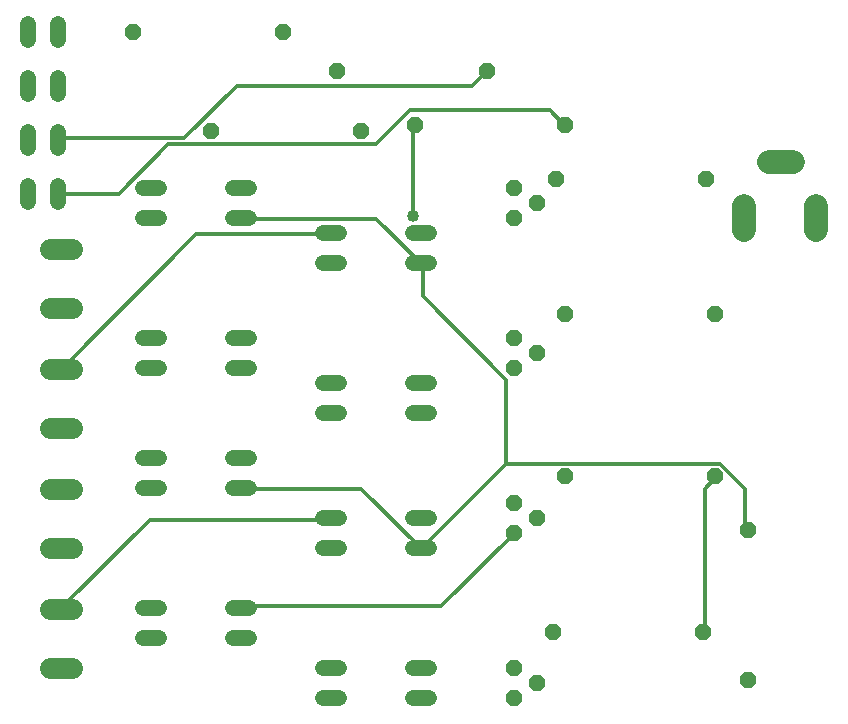
<source format=gbl>
G75*
%MOIN*%
%OFA0B0*%
%FSLAX25Y25*%
%IPPOS*%
%LPD*%
%AMOC8*
5,1,8,0,0,1.08239X$1,22.5*
%
%ADD10C,0.07874*%
%ADD11C,0.05200*%
%ADD12OC8,0.05200*%
%ADD13C,0.07050*%
%ADD14C,0.01260*%
%ADD15C,0.04000*%
D10*
X0278586Y0189249D02*
X0278586Y0197123D01*
X0286853Y0212084D02*
X0294727Y0212084D01*
X0302601Y0197123D02*
X0302601Y0189249D01*
D11*
X0173390Y0188186D02*
X0168190Y0188186D01*
X0168190Y0178186D02*
X0173390Y0178186D01*
X0143390Y0178186D02*
X0138190Y0178186D01*
X0138190Y0188186D02*
X0143390Y0188186D01*
X0113390Y0193186D02*
X0108190Y0193186D01*
X0108190Y0203186D02*
X0113390Y0203186D01*
X0083390Y0203186D02*
X0078190Y0203186D01*
X0078190Y0193186D02*
X0083390Y0193186D01*
X0049790Y0198586D02*
X0049790Y0203786D01*
X0039790Y0203786D02*
X0039790Y0198586D01*
X0039790Y0216586D02*
X0039790Y0221786D01*
X0049790Y0221786D02*
X0049790Y0216586D01*
X0049790Y0234586D02*
X0049790Y0239786D01*
X0039790Y0239786D02*
X0039790Y0234586D01*
X0039790Y0252586D02*
X0039790Y0257786D01*
X0049790Y0257786D02*
X0049790Y0252586D01*
X0078190Y0153186D02*
X0083390Y0153186D01*
X0083390Y0143186D02*
X0078190Y0143186D01*
X0108190Y0143186D02*
X0113390Y0143186D01*
X0113390Y0153186D02*
X0108190Y0153186D01*
X0138190Y0138186D02*
X0143390Y0138186D01*
X0143390Y0128186D02*
X0138190Y0128186D01*
X0113390Y0113186D02*
X0108190Y0113186D01*
X0108190Y0103186D02*
X0113390Y0103186D01*
X0138190Y0093186D02*
X0143390Y0093186D01*
X0143390Y0083186D02*
X0138190Y0083186D01*
X0113390Y0063186D02*
X0108190Y0063186D01*
X0108190Y0053186D02*
X0113390Y0053186D01*
X0138190Y0043186D02*
X0143390Y0043186D01*
X0143390Y0033186D02*
X0138190Y0033186D01*
X0168190Y0033186D02*
X0173390Y0033186D01*
X0173390Y0043186D02*
X0168190Y0043186D01*
X0168190Y0083186D02*
X0173390Y0083186D01*
X0173390Y0093186D02*
X0168190Y0093186D01*
X0168190Y0128186D02*
X0173390Y0128186D01*
X0173390Y0138186D02*
X0168190Y0138186D01*
X0083390Y0113186D02*
X0078190Y0113186D01*
X0078190Y0103186D02*
X0083390Y0103186D01*
X0083390Y0063186D02*
X0078190Y0063186D01*
X0078190Y0053186D02*
X0083390Y0053186D01*
D12*
X0201790Y0043186D03*
X0209290Y0038186D03*
X0201790Y0033186D03*
X0214790Y0055186D03*
X0201790Y0088186D03*
X0209290Y0093186D03*
X0201790Y0098186D03*
X0218790Y0107186D03*
X0201790Y0143186D03*
X0209290Y0148186D03*
X0201790Y0153186D03*
X0218790Y0161186D03*
X0201790Y0193186D03*
X0209290Y0198186D03*
X0201790Y0203186D03*
X0215790Y0206186D03*
X0218790Y0224186D03*
X0192790Y0242186D03*
X0168790Y0224186D03*
X0150790Y0222186D03*
X0142790Y0242186D03*
X0124790Y0255186D03*
X0100790Y0222186D03*
X0074790Y0255186D03*
X0265790Y0206186D03*
X0268790Y0161186D03*
X0268790Y0107186D03*
X0279790Y0089186D03*
X0264790Y0055186D03*
X0279790Y0039186D03*
D13*
X0054315Y0043344D02*
X0047265Y0043344D01*
X0047265Y0063029D02*
X0054315Y0063029D01*
X0054315Y0083344D02*
X0047265Y0083344D01*
X0047265Y0103029D02*
X0054315Y0103029D01*
X0054315Y0123344D02*
X0047265Y0123344D01*
X0047265Y0143029D02*
X0054315Y0143029D01*
X0054315Y0163344D02*
X0047265Y0163344D01*
X0047265Y0183029D02*
X0054315Y0183029D01*
D14*
X0050426Y0201277D02*
X0049790Y0201186D01*
X0050426Y0201277D02*
X0070062Y0201277D01*
X0086597Y0217812D01*
X0155839Y0217812D01*
X0167208Y0229180D01*
X0213713Y0229180D01*
X0217847Y0225047D01*
X0218790Y0224186D01*
X0192790Y0242186D02*
X0192011Y0241582D01*
X0187877Y0237448D01*
X0109334Y0237448D01*
X0091765Y0219879D01*
X0050426Y0219879D01*
X0049790Y0219186D01*
X0095899Y0187842D02*
X0051460Y0143403D01*
X0050790Y0143029D01*
X0095899Y0187842D02*
X0140338Y0187842D01*
X0140790Y0188186D01*
X0155839Y0193009D02*
X0170308Y0178541D01*
X0170790Y0178186D01*
X0171341Y0177507D01*
X0171341Y0167173D01*
X0199245Y0139269D01*
X0199245Y0111365D01*
X0171341Y0083462D01*
X0170790Y0083186D01*
X0170308Y0083462D01*
X0150672Y0103098D01*
X0111401Y0103098D01*
X0110790Y0103186D01*
X0140338Y0092763D02*
X0140790Y0093186D01*
X0140338Y0092763D02*
X0080397Y0092763D01*
X0051460Y0063826D01*
X0050790Y0063029D01*
X0110790Y0063186D02*
X0111401Y0063826D01*
X0177542Y0063826D01*
X0201312Y0087596D01*
X0201790Y0088186D01*
X0199245Y0111365D02*
X0270554Y0111365D01*
X0278822Y0103098D01*
X0278822Y0089663D01*
X0279790Y0089186D01*
X0265387Y0103098D02*
X0268487Y0106198D01*
X0268790Y0107186D01*
X0265387Y0103098D02*
X0265387Y0055558D01*
X0264790Y0055186D01*
X0168241Y0194043D02*
X0168241Y0224013D01*
X0168790Y0224186D01*
X0155839Y0193009D02*
X0111401Y0193009D01*
X0110790Y0193186D01*
D15*
X0168241Y0194043D03*
M02*

</source>
